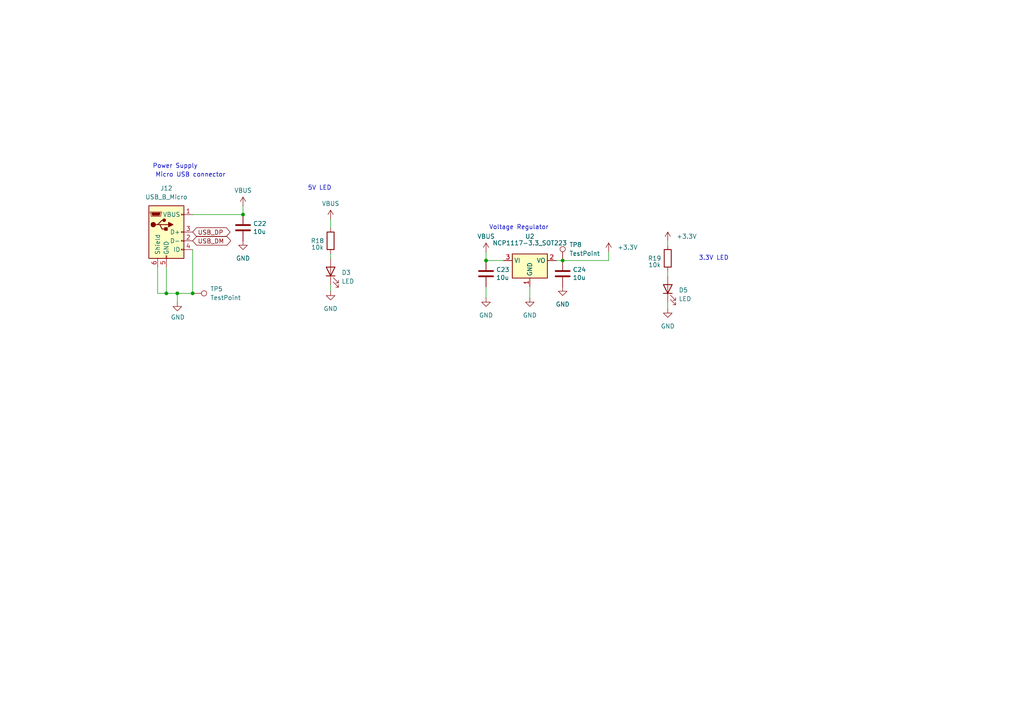
<source format=kicad_sch>
(kicad_sch (version 20250114) (generator "eeschema") (generator_version "9.0")
  (paper "A4")
  (lib_symbols
    (symbol "Connector:TestPoint" (pin_numbers (hide yes)) (pin_names (offset 0.762) (hide yes))
      (property "Reference" "TP" (at 0 6.858 0))
      (property "Value" "TestPoint" (at 0 5.08 0))
      (symbol "TestPoint_0_1"
        (circle (center 0 3.302) (radius 0.762))
      )
      (symbol "TestPoint_1_1"
        (pin passive line (at 0 0 90) (length 2.54) (name "1") (number "1"))
      )
    )
    (symbol "Connector:USB_B_Micro" (pin_names (offset 1.016))
      (property "Reference" "J2" (at 0 12.7 0))
      (property "Value" "USB_B_Micro" (at 0 10.16 0))
      (symbol "USB_B_Micro_0_1"
        (rectangle (start -5.08 -7.62) (end 5.08 7.62) (stroke (width 0.254)) (fill (type background)))
        (polyline (pts (xy -4.699 5.842) (xy -4.699 5.588) (xy -4.445 4.826) (xy -4.445 4.572) (xy -1.651 4.572) (xy -1.651 4.826) (xy -1.397 5.588) (xy -1.397 5.842) (xy -4.699 5.842)))
        (polyline (pts (xy -4.318 5.588) (xy -1.778 5.588) (xy -2.032 4.826) (xy -4.064 4.826) (xy -4.318 5.588)) (fill (type outline)))
        (circle (center -3.81 2.159) (radius 0.635) (stroke (width 0.254)) (fill (type outline)))
        (polyline (pts (xy -3.175 2.159) (xy -2.54 2.159) (xy -1.27 3.429) (xy -0.635 3.429)) (stroke (width 0.254)))
        (polyline (pts (xy -2.54 2.159) (xy -1.905 2.159) (xy -1.27 0.889) (xy 0 0.889)) (stroke (width 0.254)))
        (polyline (pts (xy -1.905 2.159) (xy 0.635 2.159)) (stroke (width 0.254)))
        (circle (center -0.635 3.429) (radius 0.381) (stroke (width 0.254)) (fill (type outline)))
        (rectangle (start -0.127 -7.62) (end 0.127 -6.858))
        (rectangle (start 0.254 1.27) (end -0.508 0.508) (stroke (width 0.254)) (fill (type outline)))
        (polyline (pts (xy 0.635 2.794) (xy 0.635 1.524) (xy 1.905 2.159) (xy 0.635 2.794)) (stroke (width 0.254)) (fill (type outline)))
        (rectangle (start 5.08 4.953) (end 4.318 5.207))
        (rectangle (start 5.08 -0.127) (end 4.318 0.127))
        (rectangle (start 5.08 -2.667) (end 4.318 -2.413))
        (rectangle (start 5.08 -5.207) (end 4.318 -4.953))
      )
      (symbol "USB_B_Micro_1_1"
        (pin passive line (at -2.54 -10.16 90) (length 2.54) (name "Shield") (number "6"))
        (pin power_out line (at 0 -10.16 90) (length 2.54) (name "GND") (number "5"))
        (pin power_out line (at 7.62 5.08 180) (length 2.54) (name "VBUS") (number "1"))
        (pin bidirectional line (at 7.62 0 180) (length 2.54) (name "D+") (number "3"))
        (pin bidirectional line (at 7.62 -2.54 180) (length 2.54) (name "D-") (number "2"))
        (pin passive line (at 7.62 -5.08 180) (length 2.54) (name "ID") (number "4"))
      )
    )
    (symbol "Device:C" (pin_numbers (hide yes)) (pin_names (offset 0.254))
      (property "Reference" "C" (at 0.635 2.54 0))
      (property "Value" "C" (at 0.635 -2.54 0))
      (symbol "C_0_1"
        (polyline (pts (xy -2.032 0.762) (xy 2.032 0.762)) (stroke (width 0.508)))
        (polyline (pts (xy -2.032 -0.762) (xy 2.032 -0.762)) (stroke (width 0.508)))
      )
      (symbol "C_1_1"
        (pin passive line (at 0 3.81 270) (length 2.794) (name "~") (number "1"))
        (pin passive line (at 0 -3.81 90) (length 2.794) (name "~") (number "2"))
      )
    )
    (symbol "Device:LED" (pin_numbers (hide yes)) (pin_names (offset 1.016) (hide yes))
      (property "Reference" "D" (at 0 2.54 0))
      (property "Value" "LED" (at 0 -2.54 0))
      (symbol "LED_0_1"
        (polyline (pts (xy -3.048 -0.762) (xy -4.572 -2.286) (xy -3.81 -2.286) (xy -4.572 -2.286) (xy -4.572 -1.524)))
        (polyline (pts (xy -1.778 -0.762) (xy -3.302 -2.286) (xy -2.54 -2.286) (xy -3.302 -2.286) (xy -3.302 -1.524)))
        (polyline (pts (xy -1.27 0) (xy 1.27 0)))
        (polyline (pts (xy -1.27 -1.27) (xy -1.27 1.27)) (stroke (width 0.254)))
        (polyline (pts (xy 1.27 -1.27) (xy 1.27 1.27) (xy -1.27 0) (xy 1.27 -1.27)) (stroke (width 0.254)))
      )
      (symbol "LED_1_1"
        (pin passive line (at -3.81 0 0) (length 2.54) (name "K") (number "1"))
        (pin passive line (at 3.81 0 180) (length 2.54) (name "A") (number "2"))
      )
    )
    (symbol "Device:R" (pin_numbers (hide yes)) (pin_names (offset 0))
      (property "Reference" "R" (at 2.032 0 90))
      (property "Value" "R" (at 0 0 90))
      (symbol "R_0_1"
        (rectangle (start -1.016 -2.54) (end 1.016 2.54) (stroke (width 0.254)))
      )
      (symbol "R_1_1"
        (pin passive line (at 0 3.81 270) (length 1.27) (name "~") (number "1"))
        (pin passive line (at 0 -3.81 90) (length 1.27) (name "~") (number "2"))
      )
    )
    (symbol "Regulator_Linear:NCP1117-3.3_SOT223"
      (property "Reference" "U" (at -3.81 3.175 0))
      (property "Value" "NCP1117-3.3_SOT223" (at 0 3.175 0))
      (symbol "NCP1117-3.3_SOT223_0_1"
        (rectangle (start -5.08 -5.08) (end 5.08 1.905) (stroke (width 0.254)) (fill (type background)))
      )
      (symbol "NCP1117-3.3_SOT223_1_1"
        (pin power_in line (at -7.62 0 0) (length 2.54) (name "VI") (number "3"))
        (pin power_in line (at 0 -7.62 90) (length 2.54) (name "GND") (number "1"))
        (pin power_out line (at 7.62 0 180) (length 2.54) (name "VO") (number "2"))
      )
    )
    (symbol "power:+3.3V" (power) (pin_numbers (hide yes)) (pin_names (offset 0) (hide yes))
      (property "Value" "+3.3V" (at 0 3.556 0))
      (symbol "+3.3V_0_1"
        (polyline (pts (xy -0.762 1.27) (xy 0 2.54)))
        (polyline (pts (xy 0 2.54) (xy 0.762 1.27)))
        (polyline (pts (xy 0 0) (xy 0 2.54)))
      )
      (symbol "+3.3V_1_1"
        (pin power_in line (at 0 0 90) (length 0) (name "~") (number "1"))
      )
    )
    (symbol "power:GND" (power) (pin_numbers (hide yes)) (pin_names (offset 0) (hide yes))
      (property "Value" "GND" (at 0 -3.81 0))
      (symbol "GND_0_1"
        (polyline (pts (xy 0 0) (xy 0 -1.27) (xy 1.27 -1.27) (xy 0 -2.54) (xy -1.27 -1.27) (xy 0 -1.27)))
      )
      (symbol "GND_1_1"
        (pin power_in line (at 0 0 270) (length 0) (name "~") (number "1"))
      )
    )
    (symbol "power:VBUS" (power) (pin_numbers (hide yes)) (pin_names (offset 0) (hide yes))
      (property "Value" "VBUS" (at 0 3.556 0))
      (symbol "VBUS_0_1"
        (polyline (pts (xy -0.762 1.27) (xy 0 2.54)))
        (polyline (pts (xy 0 2.54) (xy 0.762 1.27)))
        (polyline (pts (xy 0 0) (xy 0 2.54)))
      )
      (symbol "VBUS_1_1"
        (pin power_in line (at 0 0 90) (length 0) (name "~") (number "1"))
      )
    )
  )
  (text "3.3V LED" (at 207.01 74.93 0) (effects (font (size 1.27 1.27))))
  (text "5V LED" (at 92.71 54.61 0) (effects (font (size 1.27 1.27))))
  (text "Micro USB connector" (at 55.245 50.8 0) (effects (font (size 1.27 1.27))))
  (text "Power Supply" (at 50.8 48.26 0) (effects (font (size 1.27 1.27))))
  (text "Voltage Regulator" (at 150.495 66.04 0) (effects (font (size 1.27 1.27))))
  (junction (at 55.88 85.09))
  (junction (at 163.195 75.565))
  (junction (at 51.435 85.09))
  (junction (at 140.97 75.565))
  (junction (at 48.26 85.09))
  (junction (at 70.485 62.23))
  (wire (pts (xy 51.435 85.09) (xy 55.88 85.09)))
  (wire (pts (xy 95.885 82.55) (xy 95.885 84.455)))
  (wire (pts (xy 176.53 75.565) (xy 163.195 75.565)))
  (wire (pts (xy 140.97 86.36) (xy 140.97 83.185)))
  (wire (pts (xy 70.485 62.23) (xy 70.485 59.69)))
  (wire (pts (xy 140.97 73.025) (xy 140.97 75.565)))
  (wire (pts (xy 51.435 85.09) (xy 51.435 87.63)))
  (wire (pts (xy 140.97 75.565) (xy 146.05 75.565)))
  (wire (pts (xy 48.26 85.09) (xy 51.435 85.09)))
  (wire (pts (xy 55.88 72.39) (xy 55.88 85.09)))
  (wire (pts (xy 153.67 83.185) (xy 153.67 86.36)))
  (wire (pts (xy 193.675 69.85) (xy 193.675 71.12)))
  (wire (pts (xy 45.72 77.47) (xy 45.72 85.09)))
  (wire (pts (xy 193.675 87.63) (xy 193.675 89.535)))
  (wire (pts (xy 45.72 85.09) (xy 48.26 85.09)))
  (wire (pts (xy 176.53 73.025) (xy 176.53 75.565)))
  (wire (pts (xy 193.675 78.74) (xy 193.675 80.01)))
  (wire (pts (xy 55.88 62.23) (xy 70.485 62.23)))
  (wire (pts (xy 161.29 75.565) (xy 163.195 75.565)))
  (wire (pts (xy 95.885 63.5) (xy 95.885 66.04)))
  (wire (pts (xy 48.26 77.47) (xy 48.26 85.09)))
  (wire (pts (xy 95.885 73.66) (xy 95.885 74.93)))
  (global_label "USB_DP" (shape bidirectional) (at 55.88 67.31 0) (effects (font (thickness 0.1588))) (property "Intersheetrefs" "${INTERSHEET_REFS}" (effects (hide yes))))
  (global_label "USB_DM" (shape bidirectional) (at 55.88 69.85 0) (effects (font (thickness 0.1588))) (property "Intersheetrefs" "${INTERSHEET_REFS}" (effects (hide yes))))
  (symbol (lib_id "power:VBUS") (at 140.97 73.025 0) (unit 1)
    (property "Reference" "#PWR01" (effects (hide yes)))
    (property "Value" "VBUS" (at 140.97 68.58 0))
    (property "Description" "Power symbol creates a global label with name \"VBUS\"" (effects (hide yes)))
  )
  (symbol (lib_id "Device:C") (at 140.97 79.375 0) (unit 1)
    (property "Reference" "C23" (at 143.891 78.2066 0) (effects (justify left)))
    (property "Value" "10u" (at 143.891 80.518 0) (effects (justify left)))
    (property "Footprint" "Capacitor_SMD:C_0805_2012Metric" (effects (hide yes)))
  )
  (symbol (lib_id "power:GND") (at 163.195 83.185 0) (unit 1)
    (property "Reference" "#PWR07" (effects (hide yes)))
    (property "Value" "GND" (at 163.195 88.265 0))
    (property "Description" "Power symbol creates a global label with name \"GND\" , ground" (effects (hide yes)))
  )
  (symbol (lib_id "Connector:TestPoint") (at 163.195 75.565 0) (unit 1)
    (property "Reference" "TP8" (at 165.1 70.9929 0) (effects (justify left)))
    (property "Value" "TestPoint" (at 165.1 73.5329 0) (effects (justify left)))
    (property "Footprint" "1my_footprints:TestPoint_Loop_D1.80mm_Drill1.0mm_Beaded" (effects (hide yes)))
    (property "Description" "test point" (effects (hide yes)))
  )
  (symbol (lib_id "power:+3.3V") (at 193.675 69.85 0) (unit 1)
    (property "Reference" "#PWR094" (effects (hide yes)))
    (property "Value" "+3.3V" (at 196.215 68.5799 0) (effects (justify left)))
    (property "Description" "Power symbol creates a global label with name \"+3.3V\"" (effects (hide yes)))
  )
  (symbol (lib_id "power:GND") (at 70.485 69.85 0) (unit 1)
    (property "Reference" "#PWR097" (effects (hide yes)))
    (property "Value" "GND" (at 70.485 74.93 0))
    (property "Description" "Power symbol creates a global label with name \"GND\" , ground" (effects (hide yes)))
  )
  (symbol (lib_id "power:VBUS") (at 95.885 63.5 0) (unit 1)
    (property "Reference" "#PWR02" (effects (hide yes)))
    (property "Value" "VBUS" (at 95.885 59.055 0))
    (property "Description" "Power symbol creates a global label with name \"VBUS\"" (effects (hide yes)))
  )
  (symbol (lib_id "Device:LED") (at 95.885 78.74 90) (unit 1)
    (property "Reference" "D3" (at 99.06 79.0574 90) (effects (justify right)))
    (property "Value" "LED" (at 99.06 81.5974 90) (effects (justify right)))
    (property "Footprint" "LED_SMD:LED_0402_1005Metric" (effects (hide yes)))
    (property "Description" "Light emitting diode" (effects (hide yes)))
    (property "Sim.Pins" "1=K 2=A" (effects (hide yes)))
  )
  (symbol (lib_id "power:GND") (at 153.67 86.36 0) (unit 1)
    (property "Reference" "#PWR06" (effects (hide yes)))
    (property "Value" "GND" (at 153.67 91.44 0))
    (property "Description" "Power symbol creates a global label with name \"GND\" , ground" (effects (hide yes)))
  )
  (symbol (lib_id "Device:C") (at 70.485 66.04 0) (unit 1)
    (property "Reference" "C22" (at 73.406 64.8716 0) (effects (justify left)))
    (property "Value" "10u" (at 73.406 67.183 0) (effects (justify left)))
    (property "Footprint" "Capacitor_SMD:C_0805_2012Metric" (effects (hide yes)))
  )
  (symbol (lib_id "power:VBUS") (at 70.485 59.69 0) (unit 1)
    (property "Reference" "#PWR09" (effects (hide yes)))
    (property "Value" "VBUS" (at 70.485 55.245 0))
    (property "Description" "Power symbol creates a global label with name \"VBUS\"" (effects (hide yes)))
  )
  (symbol (lib_id "Device:R") (at 95.885 69.85 0) (unit 1)
    (property "Reference" "R18" (at 92.075 69.85 0))
    (property "Value" "10k" (at 92.075 71.755 0))
    (property "Footprint" "Resistor_SMD:R_0402_1005Metric" (effects (hide yes)))
  )
  (symbol (lib_id "power:GND") (at 140.97 86.36 0) (unit 1)
    (property "Reference" "#PWR087" (effects (hide yes)))
    (property "Value" "GND" (at 140.97 91.44 0))
    (property "Description" "Power symbol creates a global label with name \"GND\" , ground" (effects (hide yes)))
  )
  (symbol (lib_id "Regulator_Linear:NCP1117-3.3_SOT223") (at 153.67 75.565 0) (unit 1)
    (property "Reference" "U2" (at 153.67 68.58 0))
    (property "Value" "NCP1117-3.3_SOT223" (at 153.67 70.485 0))
    (property "Footprint" "Package_TO_SOT_SMD:SOT-223-3_TabPin2" (effects (hide yes)))
    (property "Datasheet" "http://www.onsemi.com/pub_link/Collateral/NCP1117-D.PDF" (effects (hide yes)))
  )
  (symbol (lib_id "power:GND") (at 51.435 87.63 0) (unit 1)
    (property "Reference" "#PWR0111" (effects (hide yes)))
    (property "Value" "GND" (at 51.562 92.0242 0))
  )
  (symbol (lib_id "Connector:TestPoint") (at 55.88 85.09 270) (unit 1)
    (property "Reference" "TP5" (at 60.96 83.8199 90) (effects (justify left)))
    (property "Value" "TestPoint" (at 60.96 86.3599 90) (effects (justify left)))
    (property "Footprint" "1my_footprints:TestPoint_Loop_D1.80mm_Drill1.0mm_Beaded" (effects (hide yes)))
    (property "Description" "test point" (effects (hide yes)))
  )
  (symbol (lib_id "Device:C") (at 163.195 79.375 0) (unit 1)
    (property "Reference" "C24" (at 166.116 78.2066 0) (effects (justify left)))
    (property "Value" "10u" (at 166.116 80.518 0) (effects (justify left)))
    (property "Footprint" "Capacitor_SMD:C_0805_2012Metric" (effects (hide yes)))
  )
  (symbol (lib_id "power:GND") (at 95.885 84.455 0) (unit 1)
    (property "Reference" "#PWR089" (effects (hide yes)))
    (property "Value" "GND" (at 95.885 89.535 0))
    (property "Description" "Power symbol creates a global label with name \"GND\" , ground" (effects (hide yes)))
  )
  (symbol (lib_id "Connector:USB_B_Micro") (at 48.26 67.31 0) (unit 1)
    (property "Reference" "J12" (at 48.26 54.61 0))
    (property "Value" "USB_B_Micro" (at 48.26 57.15 0))
    (property "Footprint" "1my_footprints:microUSB" (effects (hide yes)))
    (property "Description" "USB Micro Type B connector" (effects (hide yes)))
  )
  (symbol (lib_id "power:GND") (at 193.675 89.535 0) (unit 1)
    (property "Reference" "#PWR093" (effects (hide yes)))
    (property "Value" "GND" (at 193.675 94.615 0))
    (property "Description" "Power symbol creates a global label with name \"GND\" , ground" (effects (hide yes)))
  )
  (symbol (lib_id "power:+3.3V") (at 176.53 73.025 0) (unit 1)
    (property "Reference" "#PWR088" (effects (hide yes)))
    (property "Value" "+3.3V" (at 179.07 71.7549 0) (effects (justify left)))
    (property "Description" "Power symbol creates a global label with name \"+3.3V\"" (effects (hide yes)))
  )
  (symbol (lib_id "Device:LED") (at 193.675 83.82 90) (unit 1)
    (property "Reference" "D5" (at 196.85 84.1374 90) (effects (justify right)))
    (property "Value" "LED" (at 196.85 86.6774 90) (effects (justify right)))
    (property "Footprint" "LED_SMD:LED_0402_1005Metric" (effects (hide yes)))
    (property "Description" "Light emitting diode" (effects (hide yes)))
    (property "Sim.Pins" "1=K 2=A" (effects (hide yes)))
  )
  (symbol (lib_id "Device:R") (at 193.675 74.93 0) (unit 1)
    (property "Reference" "R19" (at 189.865 74.93 0))
    (property "Value" "10k" (at 189.865 76.835 0))
    (property "Footprint" "Resistor_SMD:R_0402_1005Metric" (effects (hide yes)))
  )
)
</source>
